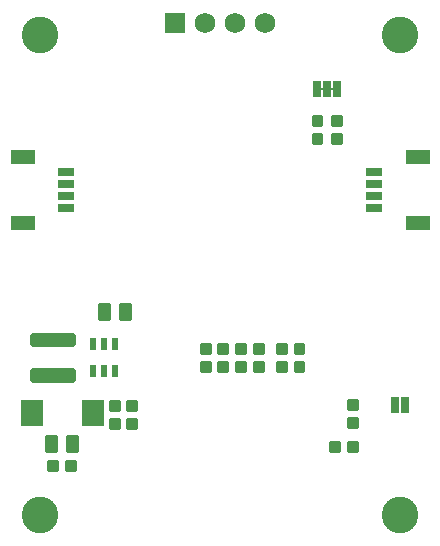
<source format=gbr>
G04 EAGLE Gerber RS-274X export*
G75*
%MOMM*%
%FSLAX34Y34*%
%LPD*%
%INSoldermask Top*%
%IPPOS*%
%AMOC8*
5,1,8,0,0,1.08239X$1,22.5*%
G01*
%ADD10C,3.101600*%
%ADD11C,0.326897*%
%ADD12C,0.357631*%
%ADD13R,1.901600X2.301600*%
%ADD14R,1.451600X0.701600*%
%ADD15R,2.101600X1.301600*%
%ADD16R,0.736600X1.371600*%
%ADD17C,0.203200*%
%ADD18C,0.648863*%
%ADD19R,0.609600X1.117600*%
%ADD20R,1.752600X1.752600*%
%ADD21C,1.752600*%


D10*
X30000Y25000D03*
X334800Y25000D03*
X30000Y431400D03*
X334800Y431400D03*
D11*
X298213Y85869D02*
X291575Y85869D01*
X298213Y85869D02*
X298213Y79231D01*
X291575Y79231D01*
X291575Y85869D01*
X291575Y82337D02*
X298213Y82337D01*
X298213Y85443D02*
X291575Y85443D01*
X282973Y85869D02*
X276335Y85869D01*
X282973Y85869D02*
X282973Y79231D01*
X276335Y79231D01*
X276335Y85869D01*
X276335Y82337D02*
X282973Y82337D01*
X282973Y85443D02*
X276335Y85443D01*
X246109Y161781D02*
X246109Y168419D01*
X252747Y168419D01*
X252747Y161781D01*
X246109Y161781D01*
X246109Y164887D02*
X252747Y164887D01*
X252747Y167993D02*
X246109Y167993D01*
X246109Y153179D02*
X246109Y146541D01*
X246109Y153179D02*
X252747Y153179D01*
X252747Y146541D01*
X246109Y146541D01*
X246109Y149647D02*
X252747Y149647D01*
X252747Y152753D02*
X246109Y152753D01*
X231123Y161781D02*
X231123Y168419D01*
X237761Y168419D01*
X237761Y161781D01*
X231123Y161781D01*
X231123Y164887D02*
X237761Y164887D01*
X237761Y167993D02*
X231123Y167993D01*
X231123Y153179D02*
X231123Y146541D01*
X231123Y153179D02*
X237761Y153179D01*
X237761Y146541D01*
X231123Y146541D01*
X231123Y149647D02*
X237761Y149647D01*
X237761Y152753D02*
X231123Y152753D01*
X211819Y161781D02*
X211819Y168419D01*
X218457Y168419D01*
X218457Y161781D01*
X211819Y161781D01*
X211819Y164887D02*
X218457Y164887D01*
X218457Y167993D02*
X211819Y167993D01*
X211819Y153179D02*
X211819Y146541D01*
X211819Y153179D02*
X218457Y153179D01*
X218457Y146541D01*
X211819Y146541D01*
X211819Y149647D02*
X218457Y149647D01*
X218457Y152753D02*
X211819Y152753D01*
X188231Y153179D02*
X188231Y146541D01*
X181593Y146541D01*
X181593Y153179D01*
X188231Y153179D01*
X188231Y149647D02*
X181593Y149647D01*
X181593Y152753D02*
X188231Y152753D01*
X188231Y161781D02*
X188231Y168419D01*
X188231Y161781D02*
X181593Y161781D01*
X181593Y168419D01*
X188231Y168419D01*
X188231Y164887D02*
X181593Y164887D01*
X181593Y167993D02*
X188231Y167993D01*
D12*
X87874Y190891D02*
X80274Y190891D01*
X80274Y202301D01*
X87874Y202301D01*
X87874Y190891D01*
X87874Y194288D02*
X80274Y194288D01*
X80274Y197685D02*
X87874Y197685D01*
X87874Y201082D02*
X80274Y201082D01*
X98054Y190891D02*
X105654Y190891D01*
X98054Y190891D02*
X98054Y202301D01*
X105654Y202301D01*
X105654Y190891D01*
X105654Y194288D02*
X98054Y194288D01*
X98054Y197685D02*
X105654Y197685D01*
X105654Y201082D02*
X98054Y201082D01*
X61204Y90541D02*
X53604Y90541D01*
X61204Y90541D02*
X61204Y79131D01*
X53604Y79131D01*
X53604Y90541D01*
X53604Y82528D02*
X61204Y82528D01*
X61204Y85925D02*
X53604Y85925D01*
X53604Y89322D02*
X61204Y89322D01*
X43424Y90541D02*
X35824Y90541D01*
X43424Y90541D02*
X43424Y79131D01*
X35824Y79131D01*
X35824Y90541D01*
X35824Y82528D02*
X43424Y82528D01*
X43424Y85925D02*
X35824Y85925D01*
X35824Y89322D02*
X43424Y89322D01*
D13*
X74268Y110744D03*
X23268Y110744D03*
D14*
X312800Y285000D03*
X312800Y295000D03*
X312800Y305000D03*
X312800Y315000D03*
D15*
X349550Y328000D03*
X349550Y272000D03*
D14*
X52000Y315000D03*
X52000Y305000D03*
X52000Y295000D03*
X52000Y285000D03*
D15*
X15250Y272000D03*
X15250Y328000D03*
D16*
X264668Y385318D03*
X272796Y385318D03*
X280924Y385318D03*
D17*
X281686Y385318D02*
X264160Y385318D01*
D16*
X330708Y117602D03*
X338836Y117602D03*
D18*
X24876Y169970D02*
X24876Y175498D01*
X56404Y175498D01*
X56404Y169970D01*
X24876Y169970D01*
X24876Y145498D02*
X24876Y139970D01*
X24876Y145498D02*
X56404Y145498D01*
X56404Y139970D01*
X24876Y139970D01*
D11*
X284243Y339835D02*
X284243Y346473D01*
X284243Y339835D02*
X277605Y339835D01*
X277605Y346473D01*
X284243Y346473D01*
X284243Y342941D02*
X277605Y342941D01*
X277605Y346047D02*
X284243Y346047D01*
X284243Y355075D02*
X284243Y361713D01*
X284243Y355075D02*
X277605Y355075D01*
X277605Y361713D01*
X284243Y361713D01*
X284243Y358181D02*
X277605Y358181D01*
X277605Y361287D02*
X284243Y361287D01*
X267987Y346473D02*
X267987Y339835D01*
X261349Y339835D01*
X261349Y346473D01*
X267987Y346473D01*
X267987Y342941D02*
X261349Y342941D01*
X261349Y346047D02*
X267987Y346047D01*
X267987Y355075D02*
X267987Y361713D01*
X267987Y355075D02*
X261349Y355075D01*
X261349Y361713D01*
X267987Y361713D01*
X267987Y358181D02*
X261349Y358181D01*
X261349Y361287D02*
X267987Y361287D01*
X196833Y168419D02*
X196833Y161781D01*
X196833Y168419D02*
X203471Y168419D01*
X203471Y161781D01*
X196833Y161781D01*
X196833Y164887D02*
X203471Y164887D01*
X203471Y167993D02*
X196833Y167993D01*
X196833Y153179D02*
X196833Y146541D01*
X196833Y153179D02*
X203471Y153179D01*
X203471Y146541D01*
X196833Y146541D01*
X196833Y149647D02*
X203471Y149647D01*
X203471Y152753D02*
X196833Y152753D01*
X166607Y161781D02*
X166607Y168419D01*
X173245Y168419D01*
X173245Y161781D01*
X166607Y161781D01*
X166607Y164887D02*
X173245Y164887D01*
X173245Y167993D02*
X166607Y167993D01*
X166607Y153179D02*
X166607Y146541D01*
X166607Y153179D02*
X173245Y153179D01*
X173245Y146541D01*
X166607Y146541D01*
X166607Y149647D02*
X173245Y149647D01*
X173245Y152753D02*
X166607Y152753D01*
X89899Y120667D02*
X89899Y114029D01*
X89899Y120667D02*
X96537Y120667D01*
X96537Y114029D01*
X89899Y114029D01*
X89899Y117135D02*
X96537Y117135D01*
X96537Y120241D02*
X89899Y120241D01*
X89899Y105427D02*
X89899Y98789D01*
X89899Y105427D02*
X96537Y105427D01*
X96537Y98789D01*
X89899Y98789D01*
X89899Y101895D02*
X96537Y101895D01*
X96537Y105001D02*
X89899Y105001D01*
X111015Y105427D02*
X111015Y98789D01*
X104377Y98789D01*
X104377Y105427D01*
X111015Y105427D01*
X111015Y101895D02*
X104377Y101895D01*
X104377Y105001D02*
X111015Y105001D01*
X111015Y114029D02*
X111015Y120667D01*
X111015Y114029D02*
X104377Y114029D01*
X104377Y120667D01*
X111015Y120667D01*
X111015Y117135D02*
X104377Y117135D01*
X104377Y120241D02*
X111015Y120241D01*
X298213Y105681D02*
X298213Y99043D01*
X291575Y99043D01*
X291575Y105681D01*
X298213Y105681D01*
X298213Y102149D02*
X291575Y102149D01*
X291575Y105255D02*
X298213Y105255D01*
X298213Y114283D02*
X298213Y120921D01*
X298213Y114283D02*
X291575Y114283D01*
X291575Y120921D01*
X298213Y120921D01*
X298213Y117389D02*
X291575Y117389D01*
X291575Y120495D02*
X298213Y120495D01*
D19*
X74422Y146304D03*
X83820Y146304D03*
X93218Y146304D03*
X93218Y169164D03*
X83820Y169164D03*
X74422Y169164D03*
D20*
X144300Y441400D03*
D21*
X169700Y441400D03*
X195100Y441400D03*
X220500Y441400D03*
D11*
X59453Y69613D02*
X52815Y69613D01*
X59453Y69613D02*
X59453Y62975D01*
X52815Y62975D01*
X52815Y69613D01*
X52815Y66081D02*
X59453Y66081D01*
X59453Y69187D02*
X52815Y69187D01*
X44213Y69613D02*
X37575Y69613D01*
X44213Y69613D02*
X44213Y62975D01*
X37575Y62975D01*
X37575Y69613D01*
X37575Y66081D02*
X44213Y66081D01*
X44213Y69187D02*
X37575Y69187D01*
M02*

</source>
